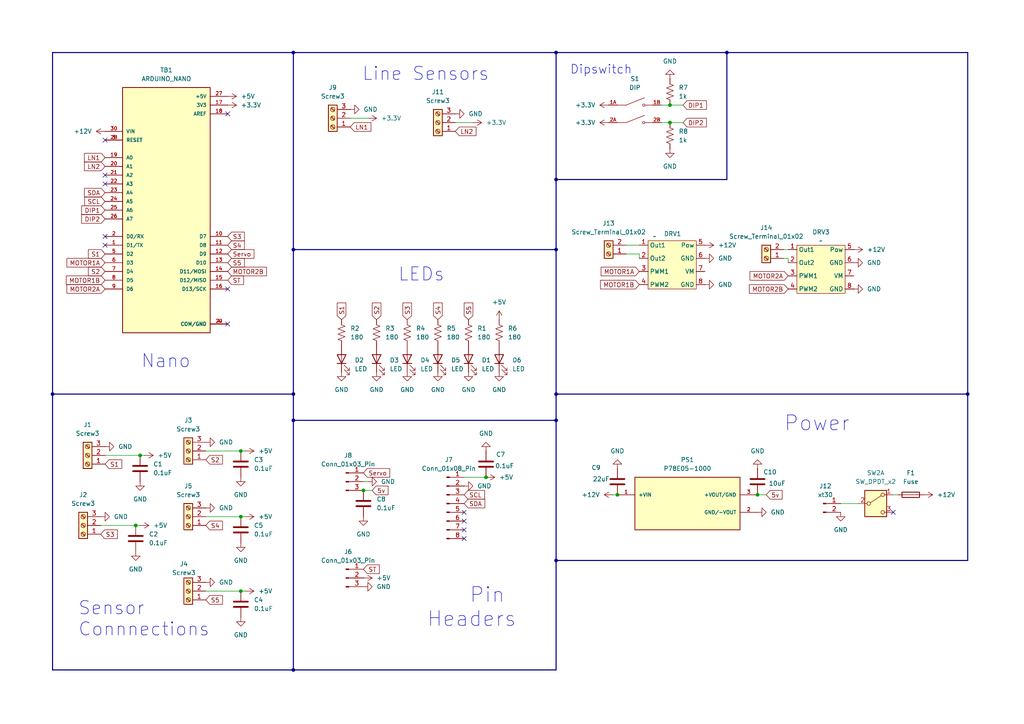
<source format=kicad_sch>
(kicad_sch (version 20231120) (generator "eeschema") (generator_version "8.0")
  (paper "A4")
  (lib_symbols
    (symbol "ARDUINO_NANO[1]:ARDUINO_NANO" (pin_names (offset 1.016))
      (property "Reference" "TB" (at -12.7 35.56 0))
      (property "Value" "ARDUINO_NANO" (at -12.7 -38.1 0))
      (symbol "ARDUINO_NANO_0_0"
        (rectangle (start -12.7 -35.56) (end 12.7 35.56) (stroke (width 0.254)) (fill (type background)))
        (pin bidirectional line (at -17.78 -10.16 0) (length 5.08) (name "D1/TX") (number "1"))
        (pin bidirectional line (at 17.78 -7.62 180) (length 5.08) (name "D7") (number "10"))
        (pin bidirectional line (at 17.78 -10.16 180) (length 5.08) (name "D8") (number "11"))
        (pin bidirectional line (at 17.78 -12.7 180) (length 5.08) (name "D9") (number "12"))
        (pin bidirectional line (at 17.78 -15.24 180) (length 5.08) (name "D10") (number "13"))
        (pin bidirectional line (at 17.78 -17.78 180) (length 5.08) (name "D11/MOSI") (number "14"))
        (pin bidirectional line (at 17.78 -20.32 180) (length 5.08) (name "D12/MISO") (number "15"))
        (pin bidirectional line (at 17.78 -22.86 180) (length 5.08) (name "D13/SCK") (number "16"))
        (pin power_in line (at 17.78 30.48 180) (length 5.08) (name "3V3") (number "17"))
        (pin power_in line (at 17.78 27.94 180) (length 5.08) (name "AREF") (number "18"))
        (pin input line (at -17.78 15.24 0) (length 5.08) (name "A0") (number "19"))
        (pin bidirectional line (at -17.78 -7.62 0) (length 5.08) (name "D0/RX") (number "2"))
        (pin input line (at -17.78 12.7 0) (length 5.08) (name "A1") (number "20"))
        (pin input line (at -17.78 10.16 0) (length 5.08) (name "A2") (number "21"))
        (pin input line (at -17.78 7.62 0) (length 5.08) (name "A3") (number "22"))
        (pin input line (at -17.78 5.08 0) (length 5.08) (name "A4") (number "23"))
        (pin input line (at -17.78 2.54 0) (length 5.08) (name "A5") (number "24"))
        (pin input line (at -17.78 0 0) (length 5.08) (name "A6") (number "25"))
        (pin input line (at -17.78 -2.54 0) (length 5.08) (name "A7") (number "26"))
        (pin power_in line (at 17.78 33.02 180) (length 5.08) (name "+5V") (number "27"))
        (pin input line (at -17.78 20.32 0) (length 5.08) (name "RESET") (number "28"))
        (pin power_in line (at 17.78 -33.02 180) (length 5.08) (name "COM/GND") (number "29"))
        (pin input line (at -17.78 20.32 0) (length 5.08) (name "RESET") (number "3"))
        (pin input line (at -17.78 22.86 0) (length 5.08) (name "VIN") (number "30"))
        (pin power_in line (at 17.78 -33.02 180) (length 5.08) (name "COM/GND") (number "4"))
        (pin bidirectional line (at -17.78 -12.7 0) (length 5.08) (name "D2") (number "5"))
        (pin bidirectional line (at -17.78 -15.24 0) (length 5.08) (name "D3") (number "6"))
        (pin bidirectional line (at -17.78 -17.78 0) (length 5.08) (name "D4") (number "7"))
        (pin bidirectional line (at -17.78 -20.32 0) (length 5.08) (name "D5") (number "8"))
        (pin bidirectional line (at -17.78 -22.86 0) (length 5.08) (name "D6") (number "9"))
      )
    )
    (symbol "Connector:Conn_01x02_Pin" (pin_names (offset 1.016) hide)
      (property "Reference" "J" (at 0 2.54 0))
      (property "Value" "Conn_01x02_Pin" (at 0 -5.08 0))
      (symbol "Conn_01x02_Pin_1_1"
        (polyline (pts (xy 1.27 -2.54) (xy 0.8636 -2.54)) (stroke (width 0.1524)))
        (polyline (pts (xy 1.27 0) (xy 0.8636 0)) (stroke (width 0.1524)))
        (rectangle (start 0.8636 -2.413) (end 0 -2.667) (stroke (width 0.1524)) (fill (type outline)))
        (rectangle (start 0.8636 0.127) (end 0 -0.127) (stroke (width 0.1524)) (fill (type outline)))
        (pin passive line (at 5.08 0 180) (length 3.81) (name "Pin_1") (number "1"))
        (pin passive line (at 5.08 -2.54 180) (length 3.81) (name "Pin_2") (number "2"))
      )
    )
    (symbol "Connector:Conn_01x03_Pin" (pin_names (offset 1.016) hide)
      (property "Reference" "J" (at 0 5.08 0))
      (property "Value" "Conn_01x03_Pin" (at 0 -5.08 0))
      (symbol "Conn_01x03_Pin_1_1"
        (polyline (pts (xy 1.27 -2.54) (xy 0.8636 -2.54)) (stroke (width 0.1524)))
        (polyline (pts (xy 1.27 0) (xy 0.8636 0)) (stroke (width 0.1524)))
        (polyline (pts (xy 1.27 2.54) (xy 0.8636 2.54)) (stroke (width 0.1524)))
        (rectangle (start 0.8636 -2.413) (end 0 -2.667) (stroke (width 0.1524)) (fill (type outline)))
        (rectangle (start 0.8636 0.127) (end 0 -0.127) (stroke (width 0.1524)) (fill (type outline)))
        (rectangle (start 0.8636 2.667) (end 0 2.413) (stroke (width 0.1524)) (fill (type outline)))
        (pin passive line (at 5.08 2.54 180) (length 3.81) (name "Pin_1") (number "1"))
        (pin passive line (at 5.08 0 180) (length 3.81) (name "Pin_2") (number "2"))
        (pin passive line (at 5.08 -2.54 180) (length 3.81) (name "Pin_3") (number "3"))
      )
    )
    (symbol "Connector:Conn_01x08_Pin" (pin_names (offset 1.016) hide)
      (property "Reference" "J" (at 0 10.16 0))
      (property "Value" "Conn_01x08_Pin" (at 0 -12.7 0))
      (symbol "Conn_01x08_Pin_1_1"
        (polyline (pts (xy 1.27 -10.16) (xy 0.8636 -10.16)) (stroke (width 0.1524)))
        (polyline (pts (xy 1.27 -7.62) (xy 0.8636 -7.62)) (stroke (width 0.1524)))
        (polyline (pts (xy 1.27 -5.08) (xy 0.8636 -5.08)) (stroke (width 0.1524)))
        (polyline (pts (xy 1.27 -2.54) (xy 0.8636 -2.54)) (stroke (width 0.1524)))
        (polyline (pts (xy 1.27 0) (xy 0.8636 0)) (stroke (width 0.1524)))
        (polyline (pts (xy 1.27 2.54) (xy 0.8636 2.54)) (stroke (width 0.1524)))
        (polyline (pts (xy 1.27 5.08) (xy 0.8636 5.08)) (stroke (width 0.1524)))
        (polyline (pts (xy 1.27 7.62) (xy 0.8636 7.62)) (stroke (width 0.1524)))
        (rectangle (start 0.8636 -10.033) (end 0 -10.287) (stroke (width 0.1524)) (fill (type outline)))
        (rectangle (start 0.8636 -7.493) (end 0 -7.747) (stroke (width 0.1524)) (fill (type outline)))
        (rectangle (start 0.8636 -4.953) (end 0 -5.207) (stroke (width 0.1524)) (fill (type outline)))
        (rectangle (start 0.8636 -2.413) (end 0 -2.667) (stroke (width 0.1524)) (fill (type outline)))
        (rectangle (start 0.8636 0.127) (end 0 -0.127) (stroke (width 0.1524)) (fill (type outline)))
        (rectangle (start 0.8636 2.667) (end 0 2.413) (stroke (width 0.1524)) (fill (type outline)))
        (rectangle (start 0.8636 5.207) (end 0 4.953) (stroke (width 0.1524)) (fill (type outline)))
        (rectangle (start 0.8636 7.747) (end 0 7.493) (stroke (width 0.1524)) (fill (type outline)))
        (pin passive line (at 5.08 7.62 180) (length 3.81) (name "Pin_1") (number "1"))
        (pin passive line (at 5.08 5.08 180) (length 3.81) (name "Pin_2") (number "2"))
        (pin passive line (at 5.08 2.54 180) (length 3.81) (name "Pin_3") (number "3"))
        (pin passive line (at 5.08 0 180) (length 3.81) (name "Pin_4") (number "4"))
        (pin passive line (at 5.08 -2.54 180) (length 3.81) (name "Pin_5") (number "5"))
        (pin passive line (at 5.08 -5.08 180) (length 3.81) (name "Pin_6") (number "6"))
        (pin passive line (at 5.08 -7.62 180) (length 3.81) (name "Pin_7") (number "7"))
        (pin passive line (at 5.08 -10.16 180) (length 3.81) (name "Pin_8") (number "8"))
      )
    )
    (symbol "Connector:Screw_Terminal_01x02" (pin_names (offset 1.016) hide)
      (property "Reference" "J" (at 0 2.54 0))
      (property "Value" "Screw_Terminal_01x02" (at 0 -5.08 0))
      (symbol "Screw_Terminal_01x02_1_1"
        (rectangle (start -1.27 1.27) (end 1.27 -3.81) (stroke (width 0.254)) (fill (type background)))
        (circle (center 0 -2.54) (radius 0.635) (stroke (width 0.1524)))
        (polyline (pts (xy -0.5334 -2.2098) (xy 0.3302 -3.048)) (stroke (width 0.1524)))
        (polyline (pts (xy -0.5334 0.3302) (xy 0.3302 -0.508)) (stroke (width 0.1524)))
        (polyline (pts (xy -0.3556 -2.032) (xy 0.508 -2.8702)) (stroke (width 0.1524)))
        (polyline (pts (xy -0.3556 0.508) (xy 0.508 -0.3302)) (stroke (width 0.1524)))
        (circle (center 0 0) (radius 0.635) (stroke (width 0.1524)))
        (pin passive line (at -5.08 0 0) (length 3.81) (name "Pin_1") (number "1"))
        (pin passive line (at -5.08 -2.54 0) (length 3.81) (name "Pin_2") (number "2"))
      )
    )
    (symbol "Connector:Screw_Terminal_01x03" (pin_names (offset 1.016) hide)
      (property "Reference" "J" (at 0 5.08 0))
      (property "Value" "Screw_Terminal_01x03" (at 0 -5.08 0))
      (symbol "Screw_Terminal_01x03_1_1"
        (rectangle (start -1.27 3.81) (end 1.27 -3.81) (stroke (width 0.254)) (fill (type background)))
        (circle (center 0 -2.54) (radius 0.635) (stroke (width 0.1524)))
        (polyline (pts (xy -0.5334 -2.2098) (xy 0.3302 -3.048)) (stroke (width 0.1524)))
        (polyline (pts (xy -0.5334 0.3302) (xy 0.3302 -0.508)) (stroke (width 0.1524)))
        (polyline (pts (xy -0.5334 2.8702) (xy 0.3302 2.032)) (stroke (width 0.1524)))
        (polyline (pts (xy -0.3556 -2.032) (xy 0.508 -2.8702)) (stroke (width 0.1524)))
        (polyline (pts (xy -0.3556 0.508) (xy 0.508 -0.3302)) (stroke (width 0.1524)))
        (polyline (pts (xy -0.3556 3.048) (xy 0.508 2.2098)) (stroke (width 0.1524)))
        (circle (center 0 0) (radius 0.635) (stroke (width 0.1524)))
        (circle (center 0 2.54) (radius 0.635) (stroke (width 0.1524)))
        (pin passive line (at -5.08 2.54 0) (length 3.81) (name "Pin_1") (number "1"))
        (pin passive line (at -5.08 0 0) (length 3.81) (name "Pin_2") (number "2"))
        (pin passive line (at -5.08 -2.54 0) (length 3.81) (name "Pin_3") (number "3"))
      )
    )
    (symbol "Device:C" (pin_numbers hide) (pin_names (offset 0.254))
      (property "Reference" "C" (at 0.635 2.54 0))
      (property "Value" "C" (at 0.635 -2.54 0))
      (symbol "C_0_1"
        (polyline (pts (xy -2.032 -0.762) (xy 2.032 -0.762)) (stroke (width 0.508)))
        (polyline (pts (xy -2.032 0.762) (xy 2.032 0.762)) (stroke (width 0.508)))
      )
      (symbol "C_1_1"
        (pin passive line (at 0 3.81 270) (length 2.794) (name "~") (number "1"))
        (pin passive line (at 0 -3.81 90) (length 2.794) (name "~") (number "2"))
      )
    )
    (symbol "Device:Fuse" (pin_numbers hide) (pin_names (offset 0))
      (property "Reference" "F" (at 2.032 0 90))
      (property "Value" "Fuse" (at -1.905 0 90))
      (symbol "Fuse_0_1"
        (rectangle (start -0.762 -2.54) (end 0.762 2.54) (stroke (width 0.254)))
        (polyline (pts (xy 0 2.54) (xy 0 -2.54)))
      )
      (symbol "Fuse_1_1"
        (pin passive line (at 0 3.81 270) (length 1.27) (name "~") (number "1"))
        (pin passive line (at 0 -3.81 90) (length 1.27) (name "~") (number "2"))
      )
    )
    (symbol "Device:LED" (pin_numbers hide) (pin_names (offset 1.016) hide)
      (property "Reference" "D" (at 0 2.54 0))
      (property "Value" "LED" (at 0 -2.54 0))
      (symbol "LED_0_1"
        (polyline (pts (xy -1.27 -1.27) (xy -1.27 1.27)) (stroke (width 0.254)))
        (polyline (pts (xy -1.27 0) (xy 1.27 0)))
        (polyline (pts (xy 1.27 -1.27) (xy 1.27 1.27) (xy -1.27 0) (xy 1.27 -1.27)) (stroke (width 0.254)))
        (polyline (pts (xy -3.048 -0.762) (xy -4.572 -2.286) (xy -3.81 -2.286) (xy -4.572 -2.286) (xy -4.572 -1.524)))
        (polyline (pts (xy -1.778 -0.762) (xy -3.302 -2.286) (xy -2.54 -2.286) (xy -3.302 -2.286) (xy -3.302 -1.524)))
      )
      (symbol "LED_1_1"
        (pin passive line (at -3.81 0 0) (length 2.54) (name "K") (number "1"))
        (pin passive line (at 3.81 0 180) (length 2.54) (name "A") (number "2"))
      )
    )
    (symbol "Device:R_US" (pin_numbers hide) (pin_names (offset 0))
      (property "Reference" "R" (at 2.54 0 90))
      (property "Value" "R_US" (at -2.54 0 90))
      (symbol "R_US_0_1"
        (polyline (pts (xy 0 -2.286) (xy 0 -2.54)))
        (polyline (pts (xy 0 2.286) (xy 0 2.54)))
        (polyline (pts (xy 0 -0.762) (xy 1.016 -1.143) (xy 0 -1.524) (xy -1.016 -1.905) (xy 0 -2.286)))
        (polyline (pts (xy 0 0.762) (xy 1.016 0.381) (xy 0 0) (xy -1.016 -0.381) (xy 0 -0.762)))
        (polyline (pts (xy 0 2.286) (xy 1.016 1.905) (xy 0 1.524) (xy -1.016 1.143) (xy 0 0.762)))
      )
      (symbol "R_US_1_1"
        (pin passive line (at 0 3.81 270) (length 1.27) (name "~") (number "1"))
        (pin passive line (at 0 -3.81 90) (length 1.27) (name "~") (number "2"))
      )
    )
    (symbol "Dip:219-2MSTR" (pin_names (offset 1.016))
      (property "Reference" "S" (at -2.54 5.08 0))
      (property "Value" "219-2MSTR" (at -2.54 -5.08 0))
      (symbol "219-2MSTR_0_0"
        (polyline (pts (xy -2.54 -2.54) (xy -5.08 -2.54)) (stroke (width 0.1524)))
        (polyline (pts (xy -2.54 -2.54) (xy 2.794 -0.4064)) (stroke (width 0.1524)))
        (polyline (pts (xy -2.54 2.54) (xy -5.08 2.54)) (stroke (width 0.1524)))
        (polyline (pts (xy -2.54 2.54) (xy 2.794 4.6736)) (stroke (width 0.1524)))
        (polyline (pts (xy 5.08 -2.54) (xy 2.921 -2.54)) (stroke (width 0.1524)))
        (polyline (pts (xy 5.08 2.54) (xy 2.921 2.54)) (stroke (width 0.1524)))
        (circle (center 2.54 -2.54) (radius 0.3302) (stroke (width 0.1524)))
        (circle (center 2.54 2.54) (radius 0.3302) (stroke (width 0.1524)))
        (pin passive line (at -7.62 2.54 0) (length 2.54) (name "~") (number "1A"))
        (pin passive line (at 7.62 2.54 180) (length 2.54) (name "~") (number "1B"))
        (pin passive line (at -7.62 -2.54 0) (length 2.54) (name "~") (number "2A"))
        (pin passive line (at 7.62 -2.54 180) (length 2.54) (name "~") (number "2B"))
      )
    )
    (symbol "P78E05-1000[1]:P78E05-1000" (pin_names (offset 1.016))
      (property "Reference" "PS" (at -15.24 7.62 0))
      (property "Value" "P78E05-1000" (at -15.24 -10.16 0))
      (symbol "P78E05-1000_0_0"
        (rectangle (start -15.24 -7.62) (end 15.24 7.62) (stroke (width 0.254)) (fill (type background)))
        (pin input line (at -20.32 2.54 0) (length 5.08) (name "+VIN") (number "1"))
        (pin power_in line (at 20.32 -2.54 180) (length 5.08) (name "GND/-VOUT") (number "2"))
        (pin power_in line (at 20.32 2.54 180) (length 5.08) (name "+VOUT/GND") (number "3"))
      )
    )
    (symbol "Switch:SW_DPDT_x2" (pin_names (offset 0) hide)
      (property "Reference" "SW" (at 0 5.08 0))
      (property "Value" "SW_DPDT_x2" (at 0 -5.08 0))
      (symbol "SW_DPDT_x2_0_0"
        (circle (center -2.032 0) (radius 0.508))
        (circle (center 2.032 -2.54) (radius 0.508))
      )
      (symbol "SW_DPDT_x2_0_1"
        (rectangle (start -3.175 3.81) (end 3.175 -3.81) (stroke (width 0.254)) (fill (type background)))
        (polyline (pts (xy -1.524 0.254) (xy 1.5748 2.286)))
        (circle (center 2.032 2.54) (radius 0.508))
      )
      (symbol "SW_DPDT_x2_1_1"
        (pin passive line (at 5.08 2.54 180) (length 2.54) (name "A") (number "1"))
        (pin passive line (at -5.08 0 0) (length 2.54) (name "B") (number "2"))
        (pin passive line (at 5.08 -2.54 180) (length 2.54) (name "C") (number "3"))
      )
      (symbol "SW_DPDT_x2_2_1"
        (pin passive line (at 5.08 2.54 180) (length 2.54) (name "A") (number "4"))
        (pin passive line (at -5.08 0 0) (length 2.54) (name "B") (number "5"))
        (pin passive line (at 5.08 -2.54 180) (length 2.54) (name "C") (number "6"))
      )
    )
    (symbol "drvmotor_1"
      (property "Reference" "DRV1" (at 4.572 -0.508 0))
      (property "Value" "~" (at -0.635 -1.27 0))
      (symbol "drvmotor_1_1_1"
        (rectangle (start -2.54 -2.54) (end 11.43 -16.51) (fill (type background)))
        (pin input line (at -5.08 -3.81 0) (length 2.54) (name "Out1") (number "1"))
        (pin input line (at -5.08 -7.62 0) (length 2.54) (name "Out2") (number "2"))
        (pin input line (at -5.08 -11.43 0) (length 2.54) (name "PWM1") (number "3"))
        (pin input line (at -5.08 -15.24 0) (length 2.54) (name "PWM2") (number "4"))
        (pin input line (at 13.97 -3.81 180) (length 2.54) (name "Pow") (number "5"))
        (pin input line (at 13.97 -7.62 180) (length 2.54) (name "GND") (number "6"))
        (pin input line (at 13.97 -11.43 180) (length 2.54) (name "VM") (number "7"))
        (pin input line (at 13.97 -15.24 180) (length 2.54) (name "GND") (number "8"))
      )
    )
    (symbol "drvmotor_2"
      (property "Reference" "DRV1" (at 4.572 -0.508 0))
      (property "Value" "~" (at -0.635 -1.27 0))
      (symbol "drvmotor_2_1_1"
        (rectangle (start -2.54 -2.54) (end 11.43 -16.51) (fill (type background)))
        (pin input line (at -5.08 -3.81 0) (length 2.54) (name "Out1") (number "1"))
        (pin input line (at -5.08 -7.62 0) (length 2.54) (name "Out2") (number "2"))
        (pin input line (at -5.08 -11.43 0) (length 2.54) (name "PWM1") (number "3"))
        (pin input line (at -5.08 -15.24 0) (length 2.54) (name "PWM2") (number "4"))
        (pin input line (at 13.97 -3.81 180) (length 2.54) (name "Pow") (number "5"))
        (pin input line (at 13.97 -7.62 180) (length 2.54) (name "GND") (number "6"))
        (pin input line (at 13.97 -11.43 180) (length 2.54) (name "VM") (number "7"))
        (pin input line (at 13.97 -15.24 180) (length 2.54) (name "GND") (number "8"))
      )
    )
    (symbol "power:+12V" (power) (pin_numbers hide) (pin_names (offset 0) hide)
      (property "Value" "+12V" (at 0 3.556 0))
      (symbol "+12V_0_1"
        (polyline (pts (xy -0.762 1.27) (xy 0 2.54)))
        (polyline (pts (xy 0 0) (xy 0 2.54)))
        (polyline (pts (xy 0 2.54) (xy 0.762 1.27)))
      )
      (symbol "+12V_1_1"
        (pin power_in line (at 0 0 90) (length 0) (name "~") (number "1"))
      )
    )
    (symbol "power:+3.3V" (power) (pin_numbers hide) (pin_names (offset 0) hide)
      (property "Value" "+3.3V" (at 0 3.556 0))
      (symbol "+3.3V_0_1"
        (polyline (pts (xy -0.762 1.27) (xy 0 2.54)))
        (polyline (pts (xy 0 0) (xy 0 2.54)))
        (polyline (pts (xy 0 2.54) (xy 0.762 1.27)))
      )
      (symbol "+3.3V_1_1"
        (pin power_in line (at 0 0 90) (length 0) (name "~") (number "1"))
      )
    )
    (symbol "power:+5V" (power) (pin_numbers hide) (pin_names (offset 0) hide)
      (property "Value" "+5V" (at 0 3.556 0))
      (symbol "+5V_0_1"
        (polyline (pts (xy -0.762 1.27) (xy 0 2.54)))
        (polyline (pts (xy 0 0) (xy 0 2.54)))
        (polyline (pts (xy 0 2.54) (xy 0.762 1.27)))
      )
      (symbol "+5V_1_1"
        (pin power_in line (at 0 0 90) (length 0) (name "~") (number "1"))
      )
    )
    (symbol "power:GND" (power) (pin_numbers hide) (pin_names (offset 0) hide)
      (property "Value" "GND" (at 0 -3.81 0))
      (symbol "GND_0_1"
        (polyline (pts (xy 0 0) (xy 0 -1.27) (xy 1.27 -1.27) (xy 0 -2.54) (xy -1.27 -1.27) (xy 0 -1.27)))
      )
      (symbol "GND_1_1"
        (pin power_in line (at 0 0 270) (length 0) (name "~") (number "1"))
      )
    )
  )
  (junction (at 161.29 121.92))
  (junction (at 210.82 15.24))
  (junction (at 105.41 142.24))
  (junction (at 194.31 30.48))
  (junction (at 140.97 138.43))
  (junction (at 179.07 143.51))
  (junction (at 85.09 114.3))
  (junction (at 161.29 15.24))
  (junction (at 85.09 194.31))
  (junction (at 161.29 162.56))
  (junction (at 194.31 35.56))
  (junction (at 161.29 72.39))
  (junction (at 40.64 132.08))
  (junction (at 280.67 114.3))
  (junction (at 85.09 15.24))
  (junction (at 39.37 152.4))
  (junction (at 69.85 130.81))
  (junction (at 69.85 171.45))
  (junction (at 161.29 114.3))
  (junction (at 219.71 143.51))
  (junction (at 15.24 114.3))
  (junction (at 161.29 52.07))
  (junction (at 69.85 149.86))
  (junction (at 85.09 72.39))
  (junction (at 85.09 121.92))
  (no_connect (at 30.48 50.8))
  (no_connect (at 259.08 148.59))
  (no_connect (at 30.48 68.58))
  (no_connect (at 66.04 93.98))
  (no_connect (at 134.62 156.21))
  (no_connect (at 134.62 148.59))
  (no_connect (at 66.04 83.82))
  (no_connect (at 66.04 33.02))
  (no_connect (at 134.62 151.13))
  (no_connect (at 30.48 40.64))
  (no_connect (at 30.48 71.12))
  (no_connect (at 134.62 153.67))
  (no_connect (at 30.48 53.34))
  (bus (pts (xy 210.82 52.07) (xy 161.29 52.07)))
  (wire (pts (xy 181.61 73.66) (xy 185.42 73.66)))
  (bus (pts (xy 161.29 15.24) (xy 161.29 52.07)))
  (bus (pts (xy 85.09 15.24) (xy 85.09 72.39)))
  (wire (pts (xy 177.8 143.51) (xy 179.07 143.51)))
  (bus (pts (xy 85.09 72.39) (xy 161.29 72.39)))
  (bus (pts (xy 280.67 15.24) (xy 280.67 114.3)))
  (wire (pts (xy 69.85 149.86) (xy 59.69 149.86)))
  (wire (pts (xy 101.6 34.29) (xy 106.68 34.29)))
  (wire (pts (xy 39.37 152.4) (xy 29.21 152.4)))
  (wire (pts (xy 41.91 132.08) (xy 40.64 132.08)))
  (bus (pts (xy 280.67 114.3) (xy 280.67 162.56)))
  (wire (pts (xy 260.35 143.51) (xy 259.08 143.51)))
  (wire (pts (xy 69.85 171.45) (xy 59.69 171.45)))
  (bus (pts (xy 15.24 15.24) (xy 15.24 114.3)))
  (wire (pts (xy 69.85 130.81) (xy 59.69 130.81)))
  (bus (pts (xy 85.09 114.3) (xy 85.09 121.92)))
  (wire (pts (xy 71.12 149.86) (xy 69.85 149.86)))
  (wire (pts (xy 107.95 142.24) (xy 105.41 142.24)))
  (wire (pts (xy 140.97 138.43) (xy 134.62 138.43)))
  (bus (pts (xy 85.09 194.31) (xy 85.09 121.92)))
  (bus (pts (xy 161.29 162.56) (xy 280.67 162.56)))
  (bus (pts (xy 161.29 162.56) (xy 161.29 194.31)))
  (bus (pts (xy 85.09 15.24) (xy 161.29 15.24)))
  (wire (pts (xy 222.25 143.51) (xy 219.71 143.51)))
  (wire (pts (xy 228.6 74.93) (xy 228.6 76.2)))
  (wire (pts (xy 71.12 171.45) (xy 69.85 171.45)))
  (bus (pts (xy 161.29 121.92) (xy 161.29 162.56)))
  (bus (pts (xy 161.29 15.24) (xy 210.82 15.24)))
  (wire (pts (xy 40.64 132.08) (xy 30.48 132.08)))
  (wire (pts (xy 132.08 35.56) (xy 137.16 35.56)))
  (bus (pts (xy 161.29 194.31) (xy 85.09 194.31)))
  (wire (pts (xy 227.33 72.39) (xy 228.6 72.39)))
  (bus (pts (xy 85.09 121.92) (xy 161.29 121.92)))
  (bus (pts (xy 15.24 114.3) (xy 85.09 114.3)))
  (bus (pts (xy 161.29 114.3) (xy 280.67 114.3)))
  (wire (pts (xy 185.42 73.66) (xy 185.42 74.93)))
  (bus (pts (xy 161.29 72.39) (xy 161.29 114.3)))
  (wire (pts (xy 248.92 146.05) (xy 243.84 146.05)))
  (wire (pts (xy 71.12 130.81) (xy 69.85 130.81)))
  (wire (pts (xy 227.33 74.93) (xy 228.6 74.93)))
  (bus (pts (xy 210.82 15.24) (xy 280.67 15.24)))
  (wire (pts (xy 198.12 30.48) (xy 194.31 30.48)))
  (wire (pts (xy 40.64 152.4) (xy 39.37 152.4)))
  (bus (pts (xy 210.82 15.24) (xy 210.82 52.07)))
  (bus (pts (xy 15.24 114.3) (xy 15.24 194.31)))
  (bus (pts (xy 85.09 15.24) (xy 15.24 15.24)))
  (bus (pts (xy 161.29 52.07) (xy 161.29 72.39)))
  (wire (pts (xy 198.12 35.56) (xy 194.31 35.56)))
  (wire (pts (xy 106.68 139.7) (xy 105.41 139.7)))
  (wire (pts (xy 194.31 35.56) (xy 191.77 35.56)))
  (wire (pts (xy 194.31 30.48) (xy 191.77 30.48)))
  (bus (pts (xy 15.24 194.31) (xy 85.09 194.31)))
  (bus (pts (xy 85.09 72.39) (xy 85.09 114.3)))
  (bus (pts (xy 161.29 114.3) (xy 161.29 121.92)))
  (wire (pts (xy 181.61 71.12) (xy 185.42 71.12)))
  (text "Power\n" (at 246.634 120.396 0) (effects (font (size 4.318 4.318)) (justify right top)))
  (text "LEDs\n" (at 129.032 77.47 0) (effects (font (size 3.81 3.81)) (justify right top)))
  (text "Sensor \nConnnections \n" (at 22.606 179.578 0) (effects (font (size 3.81 3.81)) (justify left)))
  (text "Dipswitch\n" (at 183.388 18.796 0) (effects (font (size 2.54 2.54)) (justify right top)))
  (text "Nano\n" (at 55.372 102.616 0) (effects (font (size 3.81 3.81)) (justify right top)))
  (text "Line Sensors" (at 141.986 19.304 0) (effects (font (size 3.81 3.81)) (justify right top)))
  (text "Pin \nHeaders" (at 149.86 170.18 0) (effects (font (size 4.318 4.318)) (justify right top)))
  (global_label "5v" (shape input) (at 222.25 143.51 0) (property "Intersheetrefs" "${INTERSHEET_REFS}" (effects (hide yes))))
  (global_label "S2" (shape input) (at 59.69 133.35 0) (property "Intersheetrefs" "${INTERSHEET_REFS}" (effects (hide yes))))
  (global_label "5v" (shape input) (at 107.95 142.24 0) (property "Intersheetrefs" "${INTERSHEET_REFS}" (effects (hide yes))))
  (global_label "MOTOR1B" (shape input) (at 185.42 82.55 180) (property "Intersheetrefs" "${INTERSHEET_REFS}" (effects (hide yes))))
  (global_label "S5" (shape input) (at 66.04 76.2 0) (property "Intersheetrefs" "${INTERSHEET_REFS}" (effects (hide yes))))
  (global_label "Servo" (shape input) (at 66.04 73.66 0) (property "Intersheetrefs" "${INTERSHEET_REFS}" (effects (hide yes))))
  (global_label "S1" (shape input) (at 30.48 73.66 180) (property "Intersheetrefs" "${INTERSHEET_REFS}" (effects (hide yes))))
  (global_label "MOTOR2B" (shape input) (at 66.04 78.74 0) (property "Intersheetrefs" "${INTERSHEET_REFS}" (effects (hide yes))))
  (global_label "ST" (shape input) (at 105.41 165.1 0) (property "Intersheetrefs" "${INTERSHEET_REFS}" (effects (hide yes))))
  (global_label "MOTOR1A" (shape input) (at 30.48 76.2 180) (property "Intersheetrefs" "${INTERSHEET_REFS}" (effects (hide yes))))
  (global_label "LN1" (shape input) (at 30.48 45.72 180) (property "Intersheetrefs" "${INTERSHEET_REFS}" (effects (hide yes))))
  (global_label "S2" (shape input) (at 109.22 92.71 90) (property "Intersheetrefs" "${INTERSHEET_REFS}" (effects (hide yes))))
  (global_label "SDA" (shape input) (at 134.62 146.05 0) (property "Intersheetrefs" "${INTERSHEET_REFS}" (effects (hide yes))))
  (global_label "S4" (shape input) (at 127 92.71 90) (property "Intersheetrefs" "${INTERSHEET_REFS}" (effects (hide yes))))
  (global_label "S3" (shape input) (at 29.21 154.94 0) (property "Intersheetrefs" "${INTERSHEET_REFS}" (effects (hide yes))))
  (global_label "MOTOR2B" (shape input) (at 228.6 83.82 180) (property "Intersheetrefs" "${INTERSHEET_REFS}" (effects (hide yes))))
  (global_label "ST" (shape input) (at 66.04 81.28 0) (property "Intersheetrefs" "${INTERSHEET_REFS}" (effects (hide yes))))
  (global_label "S4" (shape input) (at 59.69 152.4 0) (property "Intersheetrefs" "${INTERSHEET_REFS}" (effects (hide yes))))
  (global_label "MOTOR2A" (shape input) (at 228.6 80.01 180) (property "Intersheetrefs" "${INTERSHEET_REFS}" (effects (hide yes))))
  (global_label "LN2" (shape input) (at 132.08 38.1 0) (property "Intersheetrefs" "${INTERSHEET_REFS}" (effects (hide yes))))
  (global_label "LN2" (shape input) (at 30.48 48.26 180) (property "Intersheetrefs" "${INTERSHEET_REFS}" (effects (hide yes))))
  (global_label "DIP2" (shape input) (at 30.48 63.5 180) (property "Intersheetrefs" "${INTERSHEET_REFS}" (effects (hide yes))))
  (global_label "DIP1" (shape input) (at 198.12 30.48 0) (property "Intersheetrefs" "${INTERSHEET_REFS}" (effects (hide yes))))
  (global_label "S5" (shape input) (at 59.69 173.99 0) (property "Intersheetrefs" "${INTERSHEET_REFS}" (effects (hide yes))))
  (global_label "S1" (shape input) (at 99.06 92.71 90) (property "Intersheetrefs" "${INTERSHEET_REFS}" (effects (hide yes))))
  (global_label "MOTOR1B" (shape input) (at 30.48 81.28 180) (property "Intersheetrefs" "${INTERSHEET_REFS}" (effects (hide yes))))
  (global_label "S3" (shape input) (at 118.11 92.71 90) (property "Intersheetrefs" "${INTERSHEET_REFS}" (effects (hide yes))))
  (global_label "S2" (shape input) (at 30.48 78.74 180) (property "Intersheetrefs" "${INTERSHEET_REFS}" (effects (hide yes))))
  (global_label "MOTOR1A" (shape input) (at 185.42 78.74 180) (property "Intersheetrefs" "${INTERSHEET_REFS}" (effects (hide yes))))
  (global_label "S1" (shape input) (at 30.48 134.62 0) (property "Intersheetrefs" "${INTERSHEET_REFS}" (effects (hide yes))))
  (global_label "MOTOR2A" (shape input) (at 30.48 83.82 180) (property "Intersheetrefs" "${INTERSHEET_REFS}" (effects (hide yes))))
  (global_label "Servo" (shape input) (at 105.41 137.16 0) (property "Intersheetrefs" "${INTERSHEET_REFS}" (effects (hide yes))))
  (global_label "S4" (shape input) (at 66.04 71.12 0) (property "Intersheetrefs" "${INTERSHEET_REFS}" (effects (hide yes))))
  (global_label "SDA" (shape input) (at 30.48 55.88 180) (property "Intersheetrefs" "${INTERSHEET_REFS}" (effects (hide yes))))
  (global_label "SCL" (shape input) (at 30.48 58.42 180) (property "Intersheetrefs" "${INTERSHEET_REFS}" (effects (hide yes))))
  (global_label "DIP1" (shape input) (at 30.48 60.96 180) (property "Intersheetrefs" "${INTERSHEET_REFS}" (effects (hide yes))))
  (global_label "DIP2" (shape input) (at 198.12 35.56 0) (property "Intersheetrefs" "${INTERSHEET_REFS}" (effects (hide yes))))
  (global_label "S3" (shape input) (at 66.04 68.58 0) (property "Intersheetrefs" "${INTERSHEET_REFS}" (effects (hide yes))))
  (global_label "SCL" (shape input) (at 134.62 143.51 0) (property "Intersheetrefs" "${INTERSHEET_REFS}" (effects (hide yes))))
  (global_label "S5" (shape input) (at 135.89 92.71 90) (property "Intersheetrefs" "${INTERSHEET_REFS}" (effects (hide yes))))
  (global_label "LN1" (shape input) (at 101.6 36.83 0) (property "Intersheetrefs" "${INTERSHEET_REFS}" (effects (hide yes))))
  (symbol (lib_id "power:+5V") (at 71.12 171.45 270) (unit 1)
    (property "Reference" "#PWR015" (effects (hide yes)))
    (property "Value" "+5V" (at 74.93 171.4501 90) (effects (justify left)))
    (property "Description" "Power symbol creates a global label with name \"+5V\"" (effects (hide yes)))
  )
  (symbol (lib_id "Connector:Screw_Terminal_01x03") (at 54.61 149.86 180) (unit 1)
    (property "Reference" "J5" (at 54.61 140.97 0))
    (property "Value" "Screw3" (at 54.61 143.51 0))
    (property "Footprint" "Connector_JST:JST_EH_B3B-EH-A_1x03_P2.50mm_Vertical" (effects (hide yes)))
    (property "Description" "Generic screw terminal, single row, 01x03, script generated (kicad-library-utils/schlib/autogen/connector/)" (effects (hide yes)))
  )
  (symbol (lib_id "power:+3.3V") (at 66.04 30.48 270) (unit 1)
    (property "Reference" "#PWR01" (effects (hide yes)))
    (property "Value" "+3.3V" (at 69.85 30.4799 90) (effects (justify left)))
    (property "Description" "Power symbol creates a global label with name \"+3.3V\"" (effects (hide yes)))
  )
  (symbol (lib_id "power:+12V") (at 267.97 143.51 270) (unit 1)
    (property "Reference" "#PWR041" (effects (hide yes)))
    (property "Value" "+12V" (at 271.78 143.5099 90) (effects (justify left)))
    (property "Description" "Power symbol creates a global label with name \"+12V\"" (effects (hide yes)))
  )
  (symbol (lib_id "Device:LED") (at 144.78 104.14 90) (unit 1)
    (property "Reference" "D6" (at 148.59 104.4574 90) (effects (justify right)))
    (property "Value" "LED" (at 148.59 106.9974 90) (effects (justify right)))
    (property "Footprint" "LED_SMD:LED_1206_3216Metric" (effects (hide yes)))
    (property "Description" "Light emitting diode" (effects (hide yes)))
  )
  (symbol (lib_name "drvmotor_2") (lib_id "Custom:drvmotor") (at 233.68 68.58 0) (unit 1)
    (property "Reference" "DRV3" (at 238.125 67.31 0))
    (property "Value" "~" (at 238.125 69.85 0))
    (property "Footprint" "ZSKIBIDI:drvmotordriver" (effects (hide yes)))
  )
  (symbol (lib_id "power:GND") (at 105.41 149.86 0) (unit 1)
    (property "Reference" "#PWR025" (effects (hide yes)))
    (property "Value" "GND" (at 105.41 154.94 0))
    (property "Description" "Power symbol creates a global label with name \"GND\" , ground" (effects (hide yes)))
  )
  (symbol (lib_id "Device:C") (at 140.97 134.62 180) (unit 1)
    (property "Reference" "C7" (at 146.558 131.826 0) (effects (justify left)))
    (property "Value" "0.1uF" (at 149.098 135.128 0) (effects (justify left)))
    (property "Footprint" "Capacitor_SMD:C_0805_2012Metric" (effects (hide yes)))
    (property "Description" "Unpolarized capacitor" (effects (hide yes)))
  )
  (symbol (lib_id "power:GND") (at 219.71 135.89 180) (unit 1)
    (property "Reference" "#PWR031" (effects (hide yes)))
    (property "Value" "GND" (at 219.71 130.81 0))
    (property "Description" "Power symbol creates a global label with name \"GND\" , ground" (effects (hide yes)))
  )
  (symbol (lib_id "power:GND") (at 204.47 82.55 90) (unit 1)
    (property "Reference" "#PWR053" (effects (hide yes)))
    (property "Value" "GND" (at 208.28 82.5499 90) (effects (justify right)))
    (property "Description" "Power symbol creates a global label with name \"GND\" , ground" (effects (hide yes)))
  )
  (symbol (lib_id "power:GND") (at 219.71 148.59 90) (unit 1)
    (property "Reference" "#PWR029" (effects (hide yes)))
    (property "Value" "GND" (at 223.52 148.5899 90) (effects (justify right)))
    (property "Description" "Power symbol creates a global label with name \"GND\" , ground" (effects (hide yes)))
  )
  (symbol (lib_id "power:GND") (at 69.85 179.07 0) (unit 1)
    (property "Reference" "#PWR014" (effects (hide yes)))
    (property "Value" "GND" (at 69.85 184.15 0))
    (property "Description" "Power symbol creates a global label with name \"GND\" , ground" (effects (hide yes)))
  )
  (symbol (lib_id "power:+5V") (at 71.12 130.81 270) (unit 1)
    (property "Reference" "#PWR012" (effects (hide yes)))
    (property "Value" "+5V" (at 74.93 130.8101 90) (effects (justify left)))
    (property "Description" "Power symbol creates a global label with name \"+5V\"" (effects (hide yes)))
  )
  (symbol (lib_id "Device:C") (at 105.41 146.05 0) (unit 1)
    (property "Reference" "C8" (at 109.22 144.7799 0) (effects (justify left)))
    (property "Value" "0.1uF" (at 109.22 147.3199 0) (effects (justify left)))
    (property "Footprint" "Capacitor_SMD:C_0805_2012Metric" (effects (hide yes)))
    (property "Description" "Unpolarized capacitor" (effects (hide yes)))
  )
  (symbol (lib_id "Device:C") (at 39.37 156.21 0) (unit 1)
    (property "Reference" "C2" (at 43.18 154.9399 0) (effects (justify left)))
    (property "Value" "0.1uF" (at 43.18 157.4799 0) (effects (justify left)))
    (property "Footprint" "Capacitor_SMD:C_0805_2012Metric" (effects (hide yes)))
    (property "Description" "Unpolarized capacitor" (effects (hide yes)))
  )
  (symbol (lib_id "power:GND") (at 135.89 107.95 0) (unit 1)
    (property "Reference" "#PWR042" (effects (hide yes)))
    (property "Value" "GND" (at 135.89 113.03 0))
    (property "Description" "Power symbol creates a global label with name \"GND\" , ground" (effects (hide yes)))
  )
  (symbol (lib_id "power:+12V") (at 30.48 38.1 90) (unit 1)
    (property "Reference" "#PWR02" (effects (hide yes)))
    (property "Value" "+12V" (at 26.67 38.0999 90) (effects (justify left)))
    (property "Description" "Power symbol creates a global label with name \"+12V\"" (effects (hide yes)))
  )
  (symbol (lib_id "power:+12V") (at 204.47 71.12 270) (unit 1)
    (property "Reference" "#PWR058" (effects (hide yes)))
    (property "Value" "+12V" (at 208.28 71.1199 90) (effects (justify left)))
    (property "Description" "Power symbol creates a global label with name \"+12V\"" (effects (hide yes)))
  )
  (symbol (lib_id "Device:C") (at 69.85 175.26 0) (unit 1)
    (property "Reference" "C4" (at 73.66 173.9899 0) (effects (justify left)))
    (property "Value" "0.1uF" (at 73.66 176.5299 0) (effects (justify left)))
    (property "Footprint" "Capacitor_SMD:C_0805_2012Metric" (effects (hide yes)))
    (property "Description" "Unpolarized capacitor" (effects (hide yes)))
  )
  (symbol (lib_id "Connector:Screw_Terminal_01x03") (at 54.61 171.45 180) (unit 1)
    (property "Reference" "J4" (at 53.34 163.576 0))
    (property "Value" "Screw3" (at 53.34 166.116 0))
    (property "Footprint" "Connector_JST:JST_EH_B3B-EH-A_1x03_P2.50mm_Vertical" (effects (hide yes)))
    (property "Description" "Generic screw terminal, single row, 01x03, script generated (kicad-library-utils/schlib/autogen/connector/)" (effects (hide yes)))
  )
  (symbol (lib_id "Device:C") (at 40.64 135.89 0) (unit 1)
    (property "Reference" "C1" (at 44.45 134.6199 0) (effects (justify left)))
    (property "Value" "0.1uF" (at 44.45 137.1599 0) (effects (justify left)))
    (property "Footprint" "Capacitor_SMD:C_0805_2012Metric" (effects (hide yes)))
    (property "Description" "Unpolarized capacitor" (effects (hide yes)))
  )
  (symbol (lib_id "ARDUINO_NANO[1]:ARDUINO_NANO") (at 48.26 60.96 0) (unit 1)
    (property "Reference" "TB1" (at 48.26 20.32 0))
    (property "Value" "ARDUINO_NANO" (at 48.26 22.86 0))
    (property "Footprint" "ZSKIBIDI:SHIELD_ARDUINO_NANO[1]" (effects (hide yes)))
    (property "MF" "Arduino" (effects (hide yes)))
    (property "Description_1" "\nSmall, complete, and breadboard-friendly board based on the ATmega328 (Arduino Nano 3.x)\n" (effects (hide yes)))
    (property "Package" "Non-Standard Arduino" (effects (hide yes)))
    (property "Price" "None" (effects (hide yes)))
    (property "Check_prices" "https://www.snapeda.com/parts/Arduino%20Nano/Arduino/view-part/?ref=eda" (effects (hide yes)))
    (property "STANDARD" "Manufacturer Recommendations" (effects (hide yes)))
    (property "SnapEDA_Link" "https://www.snapeda.com/parts/Arduino%20Nano/Arduino/view-part/?ref=snap" (effects (hide yes)))
    (property "MP" "Arduino Nano" (effects (hide yes)))
    (property "Availability" "In Stock" (effects (hide yes)))
    (property "MANUFACTURER" "ARDUINO" (effects (hide yes)))
  )
  (symbol (lib_id "power:GND") (at 247.65 83.82 90) (unit 1)
    (property "Reference" "#PWR055" (effects (hide yes)))
    (property "Value" "GND" (at 251.46 83.8199 90) (effects (justify right)))
    (property "Description" "Power symbol creates a global label with name \"GND\" , ground" (effects (hide yes)))
  )
  (symbol (lib_id "power:GND") (at 144.78 107.95 0) (unit 1)
    (property "Reference" "#PWR047" (effects (hide yes)))
    (property "Value" "GND" (at 144.78 113.03 0))
    (property "Description" "Power symbol creates a global label with name \"GND\" , ground" (effects (hide yes)))
  )
  (symbol (lib_id "power:GND") (at 243.84 148.59 0) (unit 1)
    (property "Reference" "#PWR040" (effects (hide yes)))
    (property "Value" "GND" (at 243.84 153.67 0))
    (property "Description" "Power symbol creates a global label with name \"GND\" , ground" (effects (hide yes)))
  )
  (symbol (lib_id "Connector:Conn_01x08_Pin") (at 129.54 146.05 0) (unit 1)
    (property "Reference" "J7" (at 130.175 133.35 0))
    (property "Value" "Conn_01x08_Pin" (at 130.175 135.89 0))
    (property "Footprint" "Connector_PinHeader_2.54mm:PinHeader_1x08_P2.54mm_Vertical" (effects (hide yes)))
    (property "Description" "Generic connector, single row, 01x08, script generated" (effects (hide yes)))
  )
  (symbol (lib_id "power:GND") (at 194.31 43.18 0) (unit 1)
    (property "Reference" "#PWR052" (effects (hide yes)))
    (property "Value" "GND" (at 194.31 48.26 0))
    (property "Description" "Power symbol creates a global label with name \"GND\" , ground" (effects (hide yes)))
  )
  (symbol (lib_id "power:+5V") (at 66.04 27.94 270) (unit 1)
    (property "Reference" "#PWR03" (effects (hide yes)))
    (property "Value" "+5V" (at 69.85 27.9399 90) (effects (justify left)))
    (property "Description" "Power symbol creates a global label with name \"+5V\"" (effects (hide yes)))
  )
  (symbol (lib_id "power:GND") (at 39.37 160.02 0) (unit 1)
    (property "Reference" "#PWR08" (effects (hide yes)))
    (property "Value" "GND" (at 39.37 165.1 0))
    (property "Description" "Power symbol creates a global label with name \"GND\" , ground" (effects (hide yes)))
  )
  (symbol (lib_id "power:GND") (at 134.62 140.97 90) (unit 1)
    (property "Reference" "#PWR022" (effects (hide yes)))
    (property "Value" "GND" (at 138.43 140.9699 90) (effects (justify right)))
    (property "Description" "Power symbol creates a global label with name \"GND\" , ground" (effects (hide yes)))
  )
  (symbol (lib_id "Connector:Screw_Terminal_01x03") (at 24.13 152.4 180) (unit 1)
    (property "Reference" "J2" (at 24.13 143.51 0))
    (property "Value" "Screw3" (at 24.13 146.05 0))
    (property "Footprint" "Connector_JST:JST_EH_B3B-EH-A_1x03_P2.50mm_Vertical" (effects (hide yes)))
    (property "Description" "Generic screw terminal, single row, 01x03, script generated (kicad-library-utils/schlib/autogen/connector/)" (effects (hide yes)))
  )
  (symbol (lib_id "Device:LED") (at 99.06 104.14 90) (unit 1)
    (property "Reference" "D2" (at 102.87 104.4574 90) (effects (justify right)))
    (property "Value" "LED" (at 102.87 106.9974 90) (effects (justify right)))
    (property "Footprint" "LED_SMD:LED_1206_3216Metric" (effects (hide yes)))
    (property "Description" "Light emitting diode" (effects (hide yes)))
  )
  (symbol (lib_id "Connector:Conn_01x03_Pin") (at 100.33 139.7 0) (unit 1)
    (property "Reference" "J8" (at 100.965 132.08 0))
    (property "Value" "Conn_01x03_Pin" (at 100.965 134.62 0))
    (property "Footprint" "Connector_PinHeader_2.54mm:PinHeader_1x03_P2.54mm_Vertical" (effects (hide yes)))
    (property "Description" "Generic connector, single row, 01x03, script generated" (effects (hide yes)))
  )
  (symbol (lib_id "Connector:Screw_Terminal_01x03") (at 25.4 132.08 180) (unit 1)
    (property "Reference" "J1" (at 25.4 123.19 0))
    (property "Value" "Screw3" (at 25.4 125.73 0))
    (property "Footprint" "Connector_JST:JST_EH_B3B-EH-A_1x03_P2.50mm_Vertical" (effects (hide yes)))
    (property "Description" "Generic screw terminal, single row, 01x03, script generated (kicad-library-utils/schlib/autogen/connector/)" (effects (hide yes)))
  )
  (symbol (lib_id "Connector:Screw_Terminal_01x02") (at 222.25 74.93 180) (unit 1)
    (property "Reference" "J14" (at 222.25 66.04 0))
    (property "Value" "Screw_Terminal_01x02" (at 222.25 68.58 0))
    (property "Footprint" "Connector_PinHeader_2.54mm:PinHeader_1x02_P2.54mm_Vertical" (effects (hide yes)))
    (property "Description" "Generic screw terminal, single row, 01x02, script generated (kicad-library-utils/schlib/autogen/connector/)" (effects (hide yes)))
  )
  (symbol (lib_id "Device:C") (at 179.07 139.7 180) (unit 1)
    (property "Reference" "C9" (at 174.244 135.636 0) (effects (justify left)))
    (property "Value" "22uF" (at 176.784 138.938 0) (effects (justify left)))
    (property "Footprint" "Capacitor_SMD:C_0805_2012Metric" (effects (hide yes)))
    (property "Description" "Unpolarized capacitor" (effects (hide yes)))
  )
  (symbol (lib_id "power:+5V") (at 140.97 138.43 270) (unit 1)
    (property "Reference" "#PWR023" (effects (hide yes)))
    (property "Value" "+5V" (at 144.78 138.4299 90) (effects (justify left)))
    (property "Description" "Power symbol creates a global label with name \"+5V\"" (effects (hide yes)))
  )
  (symbol (lib_id "power:+3.3V") (at 176.53 35.56 90) (unit 1)
    (property "Reference" "#PWR050" (effects (hide yes)))
    (property "Value" "+3.3V" (at 172.72 35.5599 90) (effects (justify left)))
    (property "Description" "Power symbol creates a global label with name \"+3.3V\"" (effects (hide yes)))
  )
  (symbol (lib_id "Connector:Screw_Terminal_01x03") (at 96.52 34.29 180) (unit 1)
    (property "Reference" "J9" (at 96.52 25.4 0))
    (property "Value" "Screw3" (at 96.52 27.94 0))
    (property "Footprint" "Connector_JST:JST_EH_B3B-EH-A_1x03_P2.50mm_Vertical" (effects (hide yes)))
    (property "Description" "Generic screw terminal, single row, 01x03, script generated (kicad-library-utils/schlib/autogen/connector/)" (effects (hide yes)))
  )
  (symbol (lib_id "Connector:Screw_Terminal_01x03") (at 54.61 130.81 180) (unit 1)
    (property "Reference" "J3" (at 54.61 121.92 0))
    (property "Value" "Screw3" (at 54.61 124.46 0))
    (property "Footprint" "Connector_JST:JST_EH_B3B-EH-A_1x03_P2.50mm_Vertical" (effects (hide yes)))
    (property "Description" "Generic screw terminal, single row, 01x03, script generated (kicad-library-utils/schlib/autogen/connector/)" (effects (hide yes)))
  )
  (symbol (lib_id "power:GND") (at 127 107.95 0) (unit 1)
    (property "Reference" "#PWR046" (effects (hide yes)))
    (property "Value" "GND" (at 127 113.03 0))
    (property "Description" "Power symbol creates a global label with name \"GND\" , ground" (effects (hide yes)))
  )
  (symbol (lib_id "power:GND") (at 29.21 149.86 90) (unit 1)
    (property "Reference" "#PWR07" (effects (hide yes)))
    (property "Value" "GND" (at 33.02 149.8601 90) (effects (justify right)))
    (property "Description" "Power symbol creates a global label with name \"GND\" , ground" (effects (hide yes)))
  )
  (symbol (lib_id "power:+3.3V") (at 137.16 35.56 270) (unit 1)
    (property "Reference" "#PWR039" (effects (hide yes)))
    (property "Value" "+3.3V" (at 140.97 35.5599 90) (effects (justify left)))
    (property "Description" "Power symbol creates a global label with name \"+3.3V\"" (effects (hide yes)))
  )
  (symbol (lib_id "Device:LED") (at 109.22 104.14 90) (unit 1)
    (property "Reference" "D3" (at 113.03 104.4574 90) (effects (justify right)))
    (property "Value" "LED" (at 113.03 106.9974 90) (effects (justify right)))
    (property "Footprint" "LED_SMD:LED_1206_3216Metric" (effects (hide yes)))
    (property "Description" "Light emitting diode" (effects (hide yes)))
  )
  (symbol (lib_id "Connector:Screw_Terminal_01x03") (at 127 35.56 180) (unit 1)
    (property "Reference" "J11" (at 127 26.67 0))
    (property "Value" "Screw3" (at 127 29.21 0))
    (property "Footprint" "Connector_JST:JST_EH_B3B-EH-A_1x03_P2.50mm_Vertical" (effects (hide yes)))
    (property "Description" "Generic screw terminal, single row, 01x03, script generated (kicad-library-utils/schlib/autogen/connector/)" (effects (hide yes)))
  )
  (symbol (lib_id "power:GND") (at 204.47 74.93 90) (unit 1)
    (property "Reference" "#PWR054" (effects (hide yes)))
    (property "Value" "GND" (at 208.28 74.9299 90) (effects (justify right)))
    (property "Description" "Power symbol creates a global label with name \"GND\" , ground" (effects (hide yes)))
  )
  (symbol (lib_id "Device:R_US") (at 99.06 96.52 0) (unit 1)
    (property "Reference" "R2" (at 101.6 95.2499 0) (effects (justify left)))
    (property "Value" "180" (at 101.6 97.7899 0) (effects (justify left)))
    (property "Footprint" "Resistor_SMD:R_0805_2012Metric" (effects (hide yes)))
    (property "Description" "Resistor, US symbol" (effects (hide yes)))
  )
  (symbol (lib_id "power:GND") (at 59.69 147.32 90) (unit 1)
    (property "Reference" "#PWR016" (effects (hide yes)))
    (property "Value" "GND" (at 63.5 147.3201 90) (effects (justify right)))
    (property "Description" "Power symbol creates a global label with name \"GND\" , ground" (effects (hide yes)))
  )
  (symbol (lib_id "power:+3.3V") (at 106.68 34.29 270) (unit 1)
    (property "Reference" "#PWR033" (effects (hide yes)))
    (property "Value" "+3.3V" (at 110.49 34.2899 90) (effects (justify left)))
    (property "Description" "Power symbol creates a global label with name \"+3.3V\"" (effects (hide yes)))
  )
  (symbol (lib_id "Device:LED") (at 118.11 104.14 90) (unit 1)
    (property "Reference" "D4" (at 121.92 104.4574 90) (effects (justify right)))
    (property "Value" "LED" (at 121.92 106.9974 90) (effects (justify right)))
    (property "Footprint" "LED_SMD:LED_1206_3216Metric" (effects (hide yes)))
    (property "Description" "Light emitting diode" (effects (hide yes)))
  )
  (symbol (lib_id "power:GND") (at 69.85 157.48 0) (unit 1)
    (property "Reference" "#PWR017" (effects (hide yes)))
    (property "Value" "GND" (at 69.85 162.56 0))
    (property "Description" "Power symbol creates a global label with name \"GND\" , ground" (effects (hide yes)))
  )
  (symbol (lib_id "power:GND") (at 40.64 139.7 0) (unit 1)
    (property "Reference" "#PWR06" (effects (hide yes)))
    (property "Value" "GND" (at 40.64 144.78 0))
    (property "Description" "Power symbol creates a global label with name \"GND\" , ground" (effects (hide yes)))
  )
  (symbol (lib_id "power:+5V") (at 105.41 167.64 270) (unit 1)
    (property "Reference" "#PWR020" (effects (hide yes)))
    (property "Value" "+5V" (at 109.22 167.6401 90) (effects (justify left)))
    (property "Description" "Power symbol creates a global label with name \"+5V\"" (effects (hide yes)))
  )
  (symbol (lib_id "Device:Fuse") (at 264.16 143.51 90) (unit 1)
    (property "Reference" "F1" (at 264.16 137.16 90))
    (property "Value" "Fuse" (at 264.16 139.7 90))
    (property "Footprint" "Fuse:Fuse_1206_3216Metric" (effects (hide yes)))
    (property "Description" "Fuse" (effects (hide yes)))
  )
  (symbol (lib_id "power:GND") (at 118.11 107.95 0) (unit 1)
    (property "Reference" "#PWR045" (effects (hide yes)))
    (property "Value" "GND" (at 118.11 113.03 0))
    (property "Description" "Power symbol creates a global label with name \"GND\" , ground" (effects (hide yes)))
  )
  (symbol (lib_id "power:GND") (at 99.06 107.95 0) (unit 1)
    (property "Reference" "#PWR043" (effects (hide yes)))
    (property "Value" "GND" (at 99.06 113.03 0))
    (property "Description" "Power symbol creates a global label with name \"GND\" , ground" (effects (hide yes)))
  )
  (symbol (lib_id "power:GND") (at 194.31 22.86 180) (unit 1)
    (property "Reference" "#PWR051" (effects (hide yes)))
    (property "Value" "GND" (at 194.31 17.78 0))
    (property "Description" "Power symbol creates a global label with name \"GND\" , ground" (effects (hide yes)))
  )
  (symbol (lib_id "Device:R_US") (at 194.31 26.67 0) (unit 1)
    (property "Reference" "R7" (at 196.85 25.3999 0) (effects (justify left)))
    (property "Value" "1k" (at 196.85 27.9399 0) (effects (justify left)))
    (property "Footprint" "Resistor_SMD:R_0805_2012Metric" (effects (hide yes)))
    (property "Description" "Resistor, US symbol" (effects (hide yes)))
  )
  (symbol (lib_id "Device:R_US") (at 118.11 96.52 0) (unit 1)
    (property "Reference" "R4" (at 120.65 95.2499 0) (effects (justify left)))
    (property "Value" "180" (at 120.65 97.7899 0) (effects (justify left)))
    (property "Footprint" "Resistor_SMD:R_0805_2012Metric" (effects (hide yes)))
    (property "Description" "Resistor, US symbol" (effects (hide yes)))
  )
  (symbol (lib_id "Device:R_US") (at 135.89 96.52 0) (unit 1)
    (property "Reference" "R1" (at 138.43 95.2499 0) (effects (justify left)))
    (property "Value" "180" (at 138.43 97.7899 0) (effects (justify left)))
    (property "Footprint" "Resistor_SMD:R_0805_2012Metric" (effects (hide yes)))
    (property "Description" "Resistor, US symbol" (effects (hide yes)))
  )
  (symbol (lib_id "power:GND") (at 106.68 139.7 90) (unit 1)
    (property "Reference" "#PWR026" (effects (hide yes)))
    (property "Value" "GND" (at 110.49 139.6999 90) (effects (justify right)))
    (property "Description" "Power symbol creates a global label with name \"GND\" , ground" (effects (hide yes)))
  )
  (symbol (lib_id "power:GND") (at 132.08 33.02 90) (unit 1)
    (property "Reference" "#PWR037" (effects (hide yes)))
    (property "Value" "GND" (at 135.89 33.0201 90) (effects (justify right)))
    (property "Description" "Power symbol creates a global label with name \"GND\" , ground" (effects (hide yes)))
  )
  (symbol (lib_id "power:+5V") (at 71.12 149.86 270) (unit 1)
    (property "Reference" "#PWR018" (effects (hide yes)))
    (property "Value" "+5V" (at 74.93 149.8601 90) (effects (justify left)))
    (property "Description" "Power symbol creates a global label with name \"+5V\"" (effects (hide yes)))
  )
  (symbol (lib_id "Connector:Conn_01x03_Pin") (at 100.33 167.64 0) (unit 1)
    (property "Reference" "J6" (at 100.965 160.02 0))
    (property "Value" "Conn_01x03_Pin" (at 100.965 162.56 0))
    (property "Footprint" "Connector_PinHeader_2.54mm:PinHeader_1x03_P2.54mm_Vertical" (effects (hide yes)))
    (property "Description" "Generic connector, single row, 01x03, script generated" (effects (hide yes)))
  )
  (symbol (lib_id "power:GND") (at 59.69 128.27 90) (unit 1)
    (property "Reference" "#PWR010" (effects (hide yes)))
    (property "Value" "GND" (at 63.5 128.2701 90) (effects (justify right)))
    (property "Description" "Power symbol creates a global label with name \"GND\" , ground" (effects (hide yes)))
  )
  (symbol (lib_id "power:GND") (at 247.65 76.2 90) (unit 1)
    (property "Reference" "#PWR056" (effects (hide yes)))
    (property "Value" "GND" (at 251.46 76.1999 90) (effects (justify right)))
    (property "Description" "Power symbol creates a global label with name \"GND\" , ground" (effects (hide yes)))
  )
  (symbol (lib_id "Device:R_US") (at 144.78 96.52 0) (unit 1)
    (property "Reference" "R6" (at 147.32 95.2499 0) (effects (justify left)))
    (property "Value" "180" (at 147.32 97.7899 0) (effects (justify left)))
    (property "Footprint" "Resistor_SMD:R_0805_2012Metric" (effects (hide yes)))
    (property "Description" "Resistor, US symbol" (effects (hide yes)))
  )
  (symbol (lib_id "power:GND") (at 179.07 135.89 180) (unit 1)
    (property "Reference" "#PWR032" (effects (hide yes)))
    (property "Value" "GND" (at 179.07 130.81 0))
    (property "Description" "Power symbol creates a global label with name \"GND\" , ground" (effects (hide yes)))
  )
  (symbol (lib_id "power:GND") (at 69.85 138.43 0) (unit 1)
    (property "Reference" "#PWR011" (effects (hide yes)))
    (property "Value" "GND" (at 69.85 143.51 0))
    (property "Description" "Power symbol creates a global label with name \"GND\" , ground" (effects (hide yes)))
  )
  (symbol (lib_id "P78E05-1000[1]:P78E05-1000") (at 199.39 146.05 0) (unit 1)
    (property "Reference" "PS1" (at 199.39 133.35 0))
    (property "Value" "P78E05-1000" (at 199.39 135.89 0))
    (property "Footprint" "ZSKIBIDI:5vCOnv" (effects (hide yes)))
    (property "STANDARD" "Manufacturer Recommendations" (effects (hide yes)))
    (property "MANUFACTURER" "CUI Inc" (effects (hide yes)))
  )
  (symbol (lib_id "power:GND") (at 101.6 31.75 90) (unit 1)
    (property "Reference" "#PWR027" (effects (hide yes)))
    (property "Value" "GND" (at 105.41 31.7501 90) (effects (justify right)))
    (property "Description" "Power symbol creates a global label with name \"GND\" , ground" (effects (hide yes)))
  )
  (symbol (lib_id "power:+3.3V") (at 176.53 30.48 90) (unit 1)
    (property "Reference" "#PWR049" (effects (hide yes)))
    (property "Value" "+3.3V" (at 172.72 30.4799 90) (effects (justify left)))
    (property "Description" "Power symbol creates a global label with name \"+3.3V\"" (effects (hide yes)))
  )
  (symbol (lib_id "Connector:Screw_Terminal_01x02") (at 176.53 73.66 180) (unit 1)
    (property "Reference" "J13" (at 176.53 64.77 0))
    (property "Value" "Screw_Terminal_01x02" (at 176.53 67.31 0))
    (property "Footprint" "Connector_PinHeader_2.54mm:PinHeader_1x02_P2.54mm_Vertical" (effects (hide yes)))
    (property "Description" "Generic screw terminal, single row, 01x02, script generated (kicad-library-utils/schlib/autogen/connector/)" (effects (hide yes)))
  )
  (symbol (lib_id "Device:R_US") (at 127 96.52 0) (unit 1)
    (property "Reference" "R5" (at 129.54 95.2499 0) (effects (justify left)))
    (property "Value" "180" (at 129.54 97.7899 0) (effects (justify left)))
    (property "Footprint" "Resistor_SMD:R_0805_2012Metric" (effects (hide yes)))
    (property "Description" "Resistor, US symbol" (effects (hide yes)))
  )
  (symbol (lib_id "power:+5V") (at 40.64 152.4 270) (unit 1)
    (property "Reference" "#PWR09" (effects (hide yes)))
    (property "Value" "+5V" (at 44.45 152.4001 90) (effects (justify left)))
    (property "Description" "Power symbol creates a global label with name \"+5V\"" (effects (hide yes)))
  )
  (symbol (lib_id "power:GND") (at 109.22 107.95 0) (unit 1)
    (property "Reference" "#PWR044" (effects (hide yes)))
    (property "Value" "GND" (at 109.22 113.03 0))
    (property "Description" "Power symbol creates a global label with name \"GND\" , ground" (effects (hide yes)))
  )
  (symbol (lib_id "power:+5V") (at 144.78 92.71 0) (unit 1)
    (property "Reference" "#PWR048" (effects (hide yes)))
    (property "Value" "+5V" (at 144.78 87.63 0))
    (property "Description" "Power symbol creates a global label with name \"+5V\"" (effects (hide yes)))
  )
  (symbol (lib_id "Device:LED") (at 127 104.14 90) (unit 1)
    (property "Reference" "D5" (at 130.81 104.4574 90) (effects (justify right)))
    (property "Value" "LED" (at 130.81 106.9974 90) (effects (justify right)))
    (property "Footprint" "LED_SMD:LED_1206_3216Metric" (effects (hide yes)))
    (property "Description" "Light emitting diode" (effects (hide yes)))
  )
  (symbol (lib_id "power:GND") (at 59.69 168.91 90) (unit 1)
    (property "Reference" "#PWR013" (effects (hide yes)))
    (property "Value" "GND" (at 63.5 168.9101 90) (effects (justify right)))
    (property "Description" "Power symbol creates a global label with name \"GND\" , ground" (effects (hide yes)))
  )
  (symbol (lib_id "power:GND") (at 30.48 129.54 90) (unit 1)
    (property "Reference" "#PWR05" (effects (hide yes)))
    (property "Value" "GND" (at 34.29 129.5401 90) (effects (justify right)))
    (property "Description" "Power symbol creates a global label with name \"GND\" , ground" (effects (hide yes)))
  )
  (symbol (lib_id "power:+5V") (at 41.91 132.08 270) (unit 1)
    (property "Reference" "#PWR04" (effects (hide yes)))
    (property "Value" "+5V" (at 45.72 132.0801 90) (effects (justify left)))
    (property "Description" "Power symbol creates a global label with name \"+5V\"" (effects (hide yes)))
  )
  (symbol (lib_id "Switch:SW_DPDT_x2") (at 254 146.05 0) (unit 1)
    (property "Reference" "SW2" (at 254 137.16 0))
    (property "Value" "SW_DPDT_x2" (at 254 139.7 0))
    (property "Footprint" "ZSKIBIDI:switch" (effects (hide yes)))
    (property "Description" "Switch, dual pole double throw, separate symbols" (effects (hide yes)))
  )
  (symbol (lib_id "Device:R_US") (at 194.31 39.37 0) (unit 1)
    (property "Reference" "R8" (at 196.85 38.0999 0) (effects (justify left)))
    (property "Value" "1k" (at 196.85 40.6399 0) (effects (justify left)))
    (property "Footprint" "Resistor_SMD:R_0805_2012Metric" (effects (hide yes)))
    (property "Description" "Resistor, US symbol" (effects (hide yes)))
  )
  (symbol (lib_id "Device:LED") (at 135.89 104.14 90) (unit 1)
    (property "Reference" "D1" (at 139.7 104.4574 90) (effects (justify right)))
    (property "Value" "LED" (at 139.7 106.9974 90) (effects (justify right)))
    (property "Footprint" "LED_SMD:LED_1206_3216Metric" (effects (hide yes)))
    (property "Description" "Light emitting diode" (effects (hide yes)))
  )
  (symbol (lib_id "power:+12V") (at 177.8 143.51 90) (unit 1)
    (property "Reference" "#PWR028" (effects (hide yes)))
    (property "Value" "+12V" (at 173.99 143.5099 90) (effects (justify left)))
    (property "Description" "Power symbol creates a global label with name \"+12V\"" (effects (hide yes)))
  )
  (symbol (lib_id "Device:C") (at 69.85 153.67 0) (unit 1)
    (property "Reference" "C5" (at 73.66 152.3999 0) (effects (justify left)))
    (property "Value" "0.1uF" (at 73.66 154.9399 0) (effects (justify left)))
    (property "Footprint" "Capacitor_SMD:C_0805_2012Metric" (effects (hide yes)))
    (property "Description" "Unpolarized capacitor" (effects (hide yes)))
  )
  (symbol (lib_id "power:GND") (at 105.41 170.18 90) (unit 1)
    (property "Reference" "#PWR019" (effects (hide yes)))
    (property "Value" "GND" (at 109.22 170.1799 90) (effects (justify right)))
    (property "Description" "Power symbol creates a global label with name \"GND\" , ground" (effects (hide yes)))
  )
  (symbol (lib_id "Connector:Conn_01x02_Pin") (at 238.76 146.05 0) (unit 1)
    (property "Reference" "J12" (at 239.395 140.97 0))
    (property "Value" "xt30" (at 239.395 143.51 0))
    (property "Footprint" "Connector_AMASS:AMASS_XT30PW-F_1x02_P2.50mm_Horizontal" (effects (hide yes)))
    (property "Description" "Generic connector, single row, 01x02, script generated" (effects (hide yes)))
  )
  (symbol (lib_id "power:GND") (at 140.97 130.81 180) (unit 1)
    (property "Reference" "#PWR024" (effects (hide yes)))
    (property "Value" "GND" (at 140.97 125.73 0))
    (property "Description" "Power symbol creates a global label with name \"GND\" , ground" (effects (hide yes)))
  )
  (symbol (lib_id "Device:C") (at 69.85 134.62 0) (unit 1)
    (property "Reference" "C3" (at 73.66 133.3499 0) (effects (justify left)))
    (property "Value" "0.1uF" (at 73.66 135.8899 0) (effects (justify left)))
    (property "Footprint" "Capacitor_SMD:C_0805_2012Metric" (effects (hide yes)))
    (property "Description" "Unpolarized capacitor" (effects (hide yes)))
  )
  (symbol (lib_name "drvmotor_1") (lib_id "Custom:drvmotor") (at 190.5 67.31 0) (unit 1)
    (property "Reference" "DRV1" (at 195.072 67.818 0))
    (property "Value" "~" (at 189.865 68.58 0))
    (property "Footprint" "ZSKIBIDI:drvmotordriver" (effects (hide yes)))
  )
  (symbol (lib_id "power:+12V") (at 247.65 72.39 270) (unit 1)
    (property "Reference" "#PWR057" (effects (hide yes)))
    (property "Value" "+12V" (at 251.46 72.3899 90) (effects (justify left)))
    (property "Description" "Power symbol creates a global label with name \"+12V\"" (effects (hide yes)))
  )
  (symbol (lib_id "Device:R_US") (at 109.22 96.52 0) (unit 1)
    (property "Reference" "R3" (at 111.76 95.2499 0) (effects (justify left)))
    (property "Value" "180" (at 111.76 97.7899 0) (effects (justify left)))
    (property "Footprint" "Resistor_SMD:R_0805_2012Metric" (effects (hide yes)))
    (property "Description" "Resistor, US symbol" (effects (hide yes)))
  )
  (symbol (lib_id "Dip:219-2MSTR") (at 184.15 33.02 0) (unit 1)
    (property "Reference" "S1" (at 184.15 22.86 0))
    (property "Value" "DIP" (at 184.15 25.4 0))
    (property "Footprint" "ZSKIBIDI:DIp" (effects (hide yes)))
    (property "PARTREV" "B" (effects (hide yes)))
    (property "MANUFACTURER" "CTS" (effects (hide yes)))
    (property "MAXIMUM_PACKAGE_HEIGHT" "3.85mm" (effects (hide yes)))
    (property "STANDARD" "Manufacturer Recommendations" (effects (hide yes)))
  )
  (symbol (lib_id "Device:C") (at 219.71 139.7 180) (unit 1)
    (property "Reference" "C10" (at 225.298 136.906 0) (effects (justify left)))
    (property "Value" "10uF" (at 227.838 140.208 0) (effects (justify left)))
    (property "Footprint" "Capacitor_SMD:C_0805_2012Metric" (effects (hide yes)))
    (property "Description" "Unpolarized capacitor" (effects (hide yes)))
  )
)
</source>
